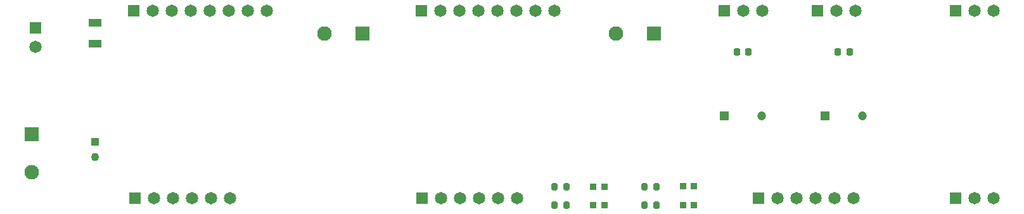
<source format=gts>
G04 #@! TF.GenerationSoftware,KiCad,Pcbnew,8.0.6*
G04 #@! TF.CreationDate,2024-12-27T11:38:37-05:00*
G04 #@! TF.ProjectId,sdl_breakout,73646c5f-6272-4656-916b-6f75742e6b69,rev?*
G04 #@! TF.SameCoordinates,Original*
G04 #@! TF.FileFunction,Soldermask,Top*
G04 #@! TF.FilePolarity,Negative*
%FSLAX46Y46*%
G04 Gerber Fmt 4.6, Leading zero omitted, Abs format (unit mm)*
G04 Created by KiCad (PCBNEW 8.0.6) date 2024-12-27 11:38:37*
%MOMM*%
%LPD*%
G01*
G04 APERTURE LIST*
G04 Aperture macros list*
%AMRoundRect*
0 Rectangle with rounded corners*
0 $1 Rounding radius*
0 $2 $3 $4 $5 $6 $7 $8 $9 X,Y pos of 4 corners*
0 Add a 4 corners polygon primitive as box body*
4,1,4,$2,$3,$4,$5,$6,$7,$8,$9,$2,$3,0*
0 Add four circle primitives for the rounded corners*
1,1,$1+$1,$2,$3*
1,1,$1+$1,$4,$5*
1,1,$1+$1,$6,$7*
1,1,$1+$1,$8,$9*
0 Add four rect primitives between the rounded corners*
20,1,$1+$1,$2,$3,$4,$5,0*
20,1,$1+$1,$4,$5,$6,$7,0*
20,1,$1+$1,$6,$7,$8,$9,0*
20,1,$1+$1,$8,$9,$2,$3,0*%
G04 Aperture macros list end*
%ADD10C,1.650000*%
%ADD11R,1.650000X1.650000*%
%ADD12RoundRect,0.200000X-0.200000X-0.275000X0.200000X-0.275000X0.200000X0.275000X-0.200000X0.275000X0*%
%ADD13R,1.950000X1.950000*%
%ADD14C,1.950000*%
%ADD15R,0.950000X0.950000*%
%ADD16R,1.200000X1.200000*%
%ADD17C,1.200000*%
%ADD18RoundRect,0.225000X-0.225000X-0.250000X0.225000X-0.250000X0.225000X0.250000X-0.225000X0.250000X0*%
%ADD19R,1.820000X1.050000*%
%ADD20R,1.100000X1.100000*%
%ADD21C,1.100000*%
G04 APERTURE END LIST*
D10*
G04 #@! TO.C,U19*
X246850000Y-135500000D03*
X244310000Y-135500000D03*
X241770000Y-135500000D03*
X239230000Y-135500000D03*
X236690000Y-135500000D03*
D11*
X234150000Y-135500000D03*
G04 #@! TD*
D12*
G04 #@! TO.C,R2*
X206850000Y-136500000D03*
X208500000Y-136500000D03*
G04 #@! TD*
G04 #@! TO.C,R1*
X206850000Y-134000000D03*
X208500000Y-134000000D03*
G04 #@! TD*
G04 #@! TO.C,R3*
X218850000Y-136500000D03*
X220500000Y-136500000D03*
G04 #@! TD*
D11*
G04 #@! TO.C,U10*
X189150000Y-135500000D03*
D10*
X191690000Y-135500000D03*
X194230000Y-135500000D03*
X196770000Y-135500000D03*
X199310000Y-135500000D03*
X201850000Y-135500000D03*
G04 #@! TD*
D11*
G04 #@! TO.C,U21*
X260420000Y-110500000D03*
D10*
X262960000Y-110500000D03*
X265500000Y-110500000D03*
G04 #@! TD*
D12*
G04 #@! TO.C,R4*
X218850000Y-134000000D03*
X220500000Y-134000000D03*
G04 #@! TD*
D13*
G04 #@! TO.C,U3*
X137000000Y-127000000D03*
D14*
X137000000Y-132080000D03*
G04 #@! TD*
D15*
G04 #@! TO.C,U22*
X224000000Y-136500000D03*
X225500000Y-136500000D03*
G04 #@! TD*
D11*
G04 #@! TO.C,U11*
X189109500Y-110500500D03*
D10*
X191649500Y-110500500D03*
X194189500Y-110500500D03*
X196729500Y-110500500D03*
X199269500Y-110500500D03*
X201809500Y-110500500D03*
X204349500Y-110500500D03*
X206889500Y-110500500D03*
G04 #@! TD*
G04 #@! TO.C,U8*
X168389500Y-110500500D03*
X165849500Y-110500500D03*
X163309500Y-110500500D03*
X160769500Y-110500500D03*
X158229500Y-110500500D03*
X155689500Y-110500500D03*
X153149500Y-110500500D03*
D11*
X150609500Y-110500500D03*
G04 #@! TD*
G04 #@! TO.C,U16*
X242000000Y-110500000D03*
D10*
X244540000Y-110500000D03*
X247080000Y-110500000D03*
G04 #@! TD*
D16*
G04 #@! TO.C,U18*
X243000000Y-124500000D03*
D17*
X248000000Y-124500000D03*
G04 #@! TD*
D18*
G04 #@! TO.C,U17*
X244725000Y-116000000D03*
X246275000Y-116000000D03*
G04 #@! TD*
D11*
G04 #@! TO.C,U13*
X229500000Y-110500000D03*
D10*
X232040000Y-110500000D03*
X234580000Y-110500000D03*
G04 #@! TD*
D11*
G04 #@! TO.C,U20*
X260420000Y-135500000D03*
D10*
X262960000Y-135500000D03*
X265500000Y-135500000D03*
G04 #@! TD*
D11*
G04 #@! TO.C,U4*
X137500000Y-112730000D03*
D10*
X137500000Y-115270000D03*
G04 #@! TD*
D15*
G04 #@! TO.C,U5*
X212000000Y-134000000D03*
X213500000Y-134000000D03*
G04 #@! TD*
D19*
G04 #@! TO.C,U2*
X145500000Y-112110000D03*
X145500000Y-114890000D03*
G04 #@! TD*
D18*
G04 #@! TO.C,U14*
X231225000Y-116000000D03*
X232775000Y-116000000D03*
G04 #@! TD*
D13*
G04 #@! TO.C,U9*
X220185000Y-113500000D03*
D14*
X215105000Y-113500000D03*
G04 #@! TD*
D20*
G04 #@! TO.C,U1*
X145500000Y-128000000D03*
D21*
X145500000Y-130000000D03*
G04 #@! TD*
D15*
G04 #@! TO.C,U6*
X212000000Y-136500000D03*
X213500000Y-136500000D03*
G04 #@! TD*
D16*
G04 #@! TO.C,U15*
X229500000Y-124500000D03*
D17*
X234500000Y-124500000D03*
G04 #@! TD*
D15*
G04 #@! TO.C,U23*
X224000000Y-133900000D03*
X225500000Y-133900000D03*
G04 #@! TD*
D13*
G04 #@! TO.C,U12*
X181185000Y-113500000D03*
D14*
X176105000Y-113500000D03*
G04 #@! TD*
D10*
G04 #@! TO.C,U7*
X163540000Y-135500000D03*
X161000000Y-135500000D03*
X158460000Y-135500000D03*
X155920000Y-135500000D03*
X153380000Y-135500000D03*
D11*
X150840000Y-135500000D03*
G04 #@! TD*
M02*

</source>
